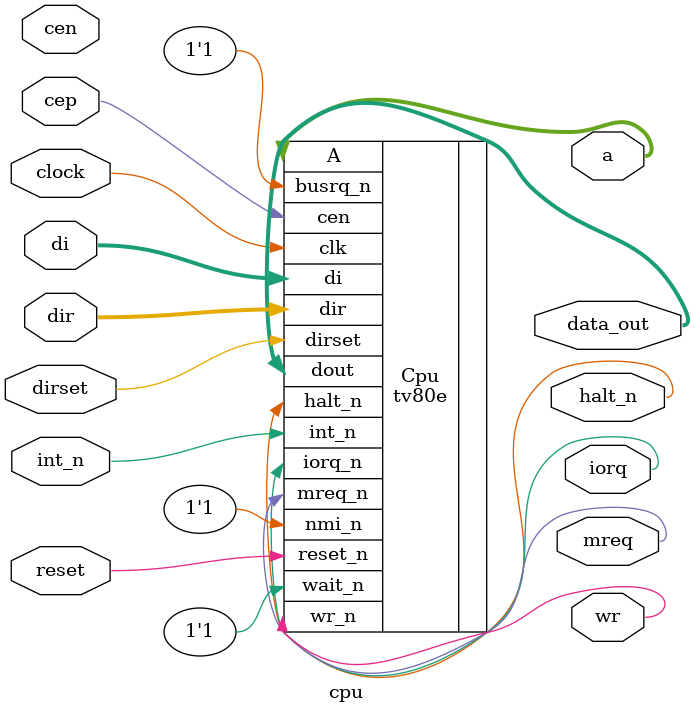
<source format=v>
module cpu
//-------------------------------------------------------------------------------------------------
(
	input  wire       reset,
	input  wire       clock,
	input  wire       cep,
	input  wire       cen,
	input  wire       int_n,
	output wire       halt_n,
	output wire       mreq,
	output wire       iorq,
	output wire       wr,
	input  wire[ 7:0] di,
	output wire[ 7:0] data_out,
	output wire[15:0] a,
	input wire [15:0] dir,
	input wire dirset 
);
/*
module tv80e (
  // Outputs
  m1_n, mreq_n, iorq_n, rd_n, wr_n, rfsh_n, halt_n, busak_n, A, dout,
  // Inputs
  reset_n, clk, cen, wait_n, int_n, nmi_n, busrq_n, di
  );

*/
tv80e Cpu
(
	.clk (clock),
	.cen (cep),
	.reset_n(reset),
	.busrq_n(1'b1 ),
	.wait_n(1'b1 ),
	.halt_n(halt_n ),
	.mreq_n(mreq ),
	.iorq_n(iorq ),
	.nmi_n(1'b1 ),
	.int_n(int_n),
	.wr_n(wr   ),
	.A      (a    ),
	.di(di   ),
	.dout(data_out),
	.dir (dir),
	.dirset (dirset)
);

/*
T80pa Cpu
(
	.CLK    (clock),
	.CEN_p  (cep  ),
	.CEN_n  (cen  ),
	.RESET_n(reset),
	.BUSRQ_n(1'b1 ),
	.WAIT_n (1'b1 ),
	.BUSAK_n(     ),
	.HALT_n (     ),
	.RFSH_n (     ),
	.MREQ_n (mreq ),
	.IORQ_n (iorq ),
	.NMI_n  (1'b1 ),
	.INT_n  (int_n),
	.M1_n   (     ),
	.RD_n   (     ),
	.WR_n   (wr   ),
	.A      (a    ),
	.DI     (di   ),
	.DO     (data_out),
	.OUT0   (1'b0 ),
	.REG    (     ),
	.DIRSet (1'b0 ),
	.DIR    (212'd0)
);
*/
//-------------------------------------------------------------------------------------------------
endmodule
//-------------------------------------------------------------------------------------------------

</source>
